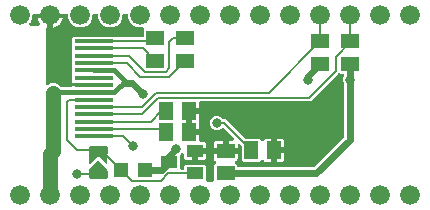
<source format=gbr>
G04 EAGLE Gerber RS-274X export*
G75*
%MOMM*%
%FSLAX34Y34*%
%LPD*%
%INBottom Copper*%
%IPPOS*%
%AMOC8*
5,1,8,0,0,1.08239X$1,22.5*%
G01*
%ADD10C,1.676400*%
%ADD11R,3.200000X0.350000*%
%ADD12R,1.500000X1.240000*%
%ADD13R,1.240000X1.500000*%
%ADD14R,1.400000X1.000000*%
%ADD15R,1.200000X1.300000*%
%ADD16C,0.381000*%
%ADD17C,0.800100*%
%ADD18C,0.203200*%
%ADD19C,0.406400*%
%ADD20C,0.609600*%
%ADD21C,1.270000*%

G36*
X176006Y24146D02*
X176006Y24146D01*
X176125Y24153D01*
X176163Y24166D01*
X176204Y24171D01*
X176314Y24214D01*
X176427Y24251D01*
X176462Y24273D01*
X176499Y24288D01*
X176595Y24357D01*
X176696Y24421D01*
X176724Y24451D01*
X176757Y24474D01*
X176833Y24566D01*
X176914Y24653D01*
X176934Y24688D01*
X176959Y24719D01*
X177010Y24827D01*
X177068Y24931D01*
X177078Y24971D01*
X177095Y25007D01*
X177117Y25124D01*
X177147Y25239D01*
X177151Y25299D01*
X177155Y25319D01*
X177153Y25340D01*
X177157Y25400D01*
X177157Y38182D01*
X178522Y39547D01*
X178599Y39646D01*
X178681Y39741D01*
X178696Y39771D01*
X178717Y39798D01*
X178767Y39913D01*
X178823Y40026D01*
X178830Y40059D01*
X178843Y40090D01*
X178863Y40214D01*
X178889Y40337D01*
X178888Y40371D01*
X178893Y40404D01*
X178882Y40529D01*
X178876Y40655D01*
X178867Y40687D01*
X178863Y40721D01*
X178821Y40839D01*
X178785Y40959D01*
X178767Y40988D01*
X178756Y41020D01*
X178685Y41124D01*
X178620Y41232D01*
X178596Y41255D01*
X178577Y41283D01*
X178483Y41366D01*
X178393Y41454D01*
X178353Y41481D01*
X178339Y41494D01*
X178319Y41504D01*
X178259Y41544D01*
X177630Y41907D01*
X177157Y42380D01*
X176822Y42959D01*
X176649Y43606D01*
X176649Y47601D01*
X185420Y47601D01*
X185538Y47616D01*
X185657Y47623D01*
X185695Y47636D01*
X185735Y47641D01*
X185846Y47684D01*
X185959Y47721D01*
X185994Y47743D01*
X186031Y47758D01*
X186127Y47828D01*
X186228Y47891D01*
X186256Y47921D01*
X186288Y47945D01*
X186364Y48036D01*
X186446Y48123D01*
X186465Y48158D01*
X186491Y48189D01*
X186542Y48297D01*
X186599Y48401D01*
X186610Y48441D01*
X186627Y48477D01*
X186649Y48594D01*
X186679Y48709D01*
X186683Y48770D01*
X186687Y48790D01*
X186685Y48810D01*
X186689Y48870D01*
X186689Y50141D01*
X186691Y50141D01*
X186691Y48870D01*
X186706Y48752D01*
X186713Y48633D01*
X186726Y48595D01*
X186731Y48555D01*
X186775Y48444D01*
X186811Y48331D01*
X186833Y48296D01*
X186848Y48259D01*
X186918Y48163D01*
X186981Y48062D01*
X187011Y48034D01*
X187035Y48001D01*
X187126Y47926D01*
X187213Y47844D01*
X187248Y47824D01*
X187280Y47799D01*
X187387Y47748D01*
X187491Y47690D01*
X187531Y47680D01*
X187567Y47663D01*
X187684Y47641D01*
X187799Y47611D01*
X187860Y47607D01*
X187880Y47603D01*
X187900Y47605D01*
X187960Y47601D01*
X196731Y47601D01*
X196731Y43606D01*
X196558Y42959D01*
X196223Y42380D01*
X195750Y41907D01*
X195121Y41544D01*
X195021Y41468D01*
X194917Y41397D01*
X194894Y41372D01*
X194867Y41351D01*
X194789Y41253D01*
X194706Y41159D01*
X194691Y41129D01*
X194670Y41102D01*
X194619Y40987D01*
X194561Y40875D01*
X194554Y40842D01*
X194540Y40812D01*
X194519Y40687D01*
X194492Y40565D01*
X194493Y40531D01*
X194487Y40498D01*
X194498Y40373D01*
X194501Y40247D01*
X194511Y40215D01*
X194514Y40181D01*
X194555Y40062D01*
X194590Y39942D01*
X194607Y39913D01*
X194618Y39881D01*
X194688Y39776D01*
X194751Y39668D01*
X194784Y39631D01*
X194794Y39616D01*
X194810Y39601D01*
X194858Y39547D01*
X196223Y38182D01*
X196223Y37490D01*
X196238Y37372D01*
X196245Y37253D01*
X196258Y37215D01*
X196263Y37174D01*
X196306Y37064D01*
X196343Y36951D01*
X196365Y36916D01*
X196380Y36879D01*
X196449Y36783D01*
X196513Y36682D01*
X196543Y36654D01*
X196566Y36621D01*
X196658Y36545D01*
X196745Y36464D01*
X196780Y36444D01*
X196811Y36419D01*
X196919Y36368D01*
X197023Y36310D01*
X197063Y36300D01*
X197099Y36283D01*
X197216Y36261D01*
X197331Y36231D01*
X197391Y36227D01*
X197411Y36223D01*
X197432Y36225D01*
X197492Y36221D01*
X260920Y36221D01*
X261018Y36233D01*
X261117Y36236D01*
X261175Y36253D01*
X261235Y36261D01*
X261327Y36297D01*
X261422Y36325D01*
X261475Y36355D01*
X261531Y36378D01*
X261611Y36436D01*
X261696Y36486D01*
X261772Y36552D01*
X261788Y36564D01*
X261796Y36574D01*
X261817Y36592D01*
X286648Y61423D01*
X286708Y61501D01*
X286776Y61573D01*
X286805Y61626D01*
X286842Y61674D01*
X286882Y61765D01*
X286930Y61852D01*
X286945Y61910D01*
X286969Y61966D01*
X286984Y62064D01*
X287009Y62160D01*
X287015Y62260D01*
X287019Y62280D01*
X287017Y62292D01*
X287019Y62320D01*
X287019Y106738D01*
X287018Y106747D01*
X287019Y106756D01*
X286998Y106905D01*
X286979Y107053D01*
X286976Y107062D01*
X286975Y107071D01*
X286923Y107224D01*
X286067Y109290D01*
X286067Y111690D01*
X286923Y113756D01*
X286925Y113765D01*
X286930Y113773D01*
X286943Y113825D01*
X286957Y113855D01*
X286974Y113944D01*
X287007Y114063D01*
X287007Y114072D01*
X287009Y114081D01*
X287013Y114150D01*
X287017Y114167D01*
X287016Y114185D01*
X287019Y114242D01*
X287019Y114348D01*
X287004Y114466D01*
X286997Y114585D01*
X286984Y114623D01*
X286979Y114664D01*
X286936Y114774D01*
X286899Y114887D01*
X286877Y114922D01*
X286862Y114959D01*
X286793Y115055D01*
X286729Y115156D01*
X286699Y115184D01*
X286676Y115217D01*
X286584Y115293D01*
X286497Y115374D01*
X286462Y115394D01*
X286431Y115419D01*
X286323Y115470D01*
X286219Y115528D01*
X286179Y115538D01*
X286143Y115555D01*
X286026Y115577D01*
X285911Y115607D01*
X285851Y115611D01*
X285831Y115615D01*
X285810Y115613D01*
X285750Y115617D01*
X283744Y115617D01*
X283712Y115642D01*
X283623Y115721D01*
X283587Y115739D01*
X283555Y115764D01*
X283446Y115811D01*
X283340Y115865D01*
X283300Y115874D01*
X283263Y115890D01*
X283146Y115909D01*
X283029Y115935D01*
X282989Y115934D01*
X282949Y115940D01*
X282831Y115929D01*
X282711Y115925D01*
X282673Y115914D01*
X282632Y115910D01*
X282520Y115870D01*
X282406Y115837D01*
X282371Y115817D01*
X282333Y115803D01*
X282235Y115736D01*
X282132Y115676D01*
X282087Y115636D01*
X282070Y115624D01*
X282056Y115609D01*
X282011Y115569D01*
X258643Y92201D01*
X165560Y92201D01*
X165442Y92186D01*
X165323Y92179D01*
X165285Y92166D01*
X165244Y92161D01*
X165134Y92118D01*
X165021Y92081D01*
X164986Y92059D01*
X164949Y92044D01*
X164853Y91975D01*
X164752Y91911D01*
X164724Y91881D01*
X164691Y91858D01*
X164615Y91766D01*
X164534Y91679D01*
X164514Y91644D01*
X164489Y91613D01*
X164438Y91505D01*
X164380Y91401D01*
X164370Y91361D01*
X164353Y91325D01*
X164331Y91208D01*
X164301Y91093D01*
X164297Y91033D01*
X164293Y91013D01*
X164295Y90992D01*
X164291Y90932D01*
X164291Y86359D01*
X156820Y86359D01*
X156702Y86344D01*
X156583Y86337D01*
X156545Y86324D01*
X156505Y86319D01*
X156394Y86275D01*
X156281Y86239D01*
X156246Y86217D01*
X156209Y86202D01*
X156113Y86132D01*
X156012Y86069D01*
X155984Y86039D01*
X155952Y86015D01*
X155876Y85924D01*
X155794Y85837D01*
X155775Y85802D01*
X155749Y85770D01*
X155698Y85663D01*
X155641Y85559D01*
X155630Y85519D01*
X155613Y85483D01*
X155591Y85366D01*
X155561Y85251D01*
X155557Y85190D01*
X155553Y85170D01*
X155555Y85150D01*
X155554Y85138D01*
X155553Y85135D01*
X155554Y85133D01*
X155551Y85090D01*
X155551Y83819D01*
X154280Y83819D01*
X154162Y83804D01*
X154043Y83797D01*
X154005Y83784D01*
X153965Y83779D01*
X153854Y83735D01*
X153741Y83699D01*
X153706Y83677D01*
X153669Y83662D01*
X153573Y83592D01*
X153472Y83529D01*
X153444Y83499D01*
X153411Y83475D01*
X153336Y83384D01*
X153254Y83297D01*
X153234Y83262D01*
X153209Y83230D01*
X153158Y83123D01*
X153100Y83019D01*
X153090Y82979D01*
X153073Y82943D01*
X153051Y82826D01*
X153021Y82711D01*
X153017Y82650D01*
X153013Y82630D01*
X153015Y82610D01*
X153014Y82600D01*
X153013Y82597D01*
X153014Y82593D01*
X153011Y82550D01*
X153011Y67310D01*
X153026Y67192D01*
X153033Y67073D01*
X153046Y67035D01*
X153051Y66995D01*
X153094Y66884D01*
X153131Y66771D01*
X153153Y66736D01*
X153168Y66699D01*
X153238Y66603D01*
X153301Y66502D01*
X153331Y66474D01*
X153355Y66442D01*
X153446Y66366D01*
X153533Y66284D01*
X153568Y66265D01*
X153599Y66239D01*
X153707Y66188D01*
X153811Y66131D01*
X153851Y66120D01*
X153887Y66103D01*
X154004Y66081D01*
X154119Y66051D01*
X154180Y66047D01*
X154200Y66043D01*
X154220Y66045D01*
X154280Y66041D01*
X155551Y66041D01*
X155551Y64770D01*
X155566Y64652D01*
X155573Y64533D01*
X155586Y64495D01*
X155591Y64455D01*
X155635Y64344D01*
X155671Y64231D01*
X155693Y64196D01*
X155708Y64159D01*
X155778Y64063D01*
X155841Y63962D01*
X155871Y63934D01*
X155895Y63901D01*
X155986Y63826D01*
X156073Y63744D01*
X156108Y63724D01*
X156140Y63699D01*
X156247Y63648D01*
X156351Y63590D01*
X156391Y63580D01*
X156427Y63563D01*
X156544Y63541D01*
X156659Y63511D01*
X156720Y63507D01*
X156740Y63503D01*
X156760Y63505D01*
X156820Y63501D01*
X164291Y63501D01*
X164291Y58950D01*
X164306Y58832D01*
X164313Y58713D01*
X164326Y58675D01*
X164331Y58634D01*
X164374Y58524D01*
X164411Y58411D01*
X164433Y58376D01*
X164448Y58339D01*
X164517Y58243D01*
X164581Y58142D01*
X164611Y58114D01*
X164634Y58081D01*
X164726Y58005D01*
X164813Y57924D01*
X164848Y57904D01*
X164879Y57879D01*
X164987Y57828D01*
X165091Y57770D01*
X165131Y57760D01*
X165167Y57743D01*
X165284Y57721D01*
X165399Y57691D01*
X165459Y57687D01*
X165479Y57683D01*
X165500Y57685D01*
X165560Y57681D01*
X168194Y57681D01*
X168841Y57508D01*
X169420Y57173D01*
X169893Y56700D01*
X170228Y56121D01*
X170401Y55474D01*
X170401Y52639D01*
X162090Y52639D01*
X161972Y52624D01*
X161853Y52617D01*
X161815Y52604D01*
X161775Y52599D01*
X161664Y52556D01*
X161551Y52519D01*
X161517Y52497D01*
X161479Y52482D01*
X161383Y52413D01*
X161282Y52349D01*
X161254Y52319D01*
X161222Y52296D01*
X161146Y52204D01*
X161064Y52117D01*
X161045Y52082D01*
X161019Y52051D01*
X160968Y51943D01*
X160911Y51839D01*
X160901Y51799D01*
X160883Y51763D01*
X160861Y51646D01*
X160831Y51531D01*
X160827Y51471D01*
X160824Y51451D01*
X160825Y51430D01*
X160821Y51370D01*
X160821Y50179D01*
X159630Y50179D01*
X159512Y50164D01*
X159393Y50157D01*
X159355Y50144D01*
X159314Y50139D01*
X159204Y50095D01*
X159091Y50059D01*
X159056Y50037D01*
X159019Y50022D01*
X158922Y49952D01*
X158822Y49889D01*
X158794Y49859D01*
X158761Y49835D01*
X158685Y49744D01*
X158604Y49657D01*
X158584Y49622D01*
X158559Y49590D01*
X158508Y49483D01*
X158450Y49378D01*
X158440Y49339D01*
X158423Y49303D01*
X158401Y49186D01*
X158371Y49070D01*
X158367Y49010D01*
X158363Y48990D01*
X158365Y48970D01*
X158361Y48910D01*
X158361Y42599D01*
X153526Y42599D01*
X152879Y42772D01*
X152300Y43107D01*
X151827Y43580D01*
X151492Y44159D01*
X151319Y44806D01*
X151319Y47013D01*
X151302Y47151D01*
X151299Y47180D01*
X151297Y47214D01*
X151295Y47219D01*
X151289Y47289D01*
X151282Y47308D01*
X151279Y47328D01*
X151228Y47457D01*
X151181Y47588D01*
X151170Y47605D01*
X151162Y47624D01*
X151081Y47736D01*
X151003Y47852D01*
X150987Y47865D01*
X150976Y47881D01*
X150868Y47970D01*
X150764Y48062D01*
X150746Y48071D01*
X150731Y48084D01*
X150605Y48143D01*
X150481Y48207D01*
X150461Y48211D01*
X150443Y48220D01*
X150306Y48246D01*
X150171Y48276D01*
X150150Y48276D01*
X150131Y48279D01*
X149992Y48271D01*
X149853Y48267D01*
X149833Y48261D01*
X149813Y48260D01*
X149681Y48217D01*
X149547Y48178D01*
X149530Y48168D01*
X149511Y48162D01*
X149393Y48087D01*
X149273Y48017D01*
X149252Y47998D01*
X149242Y47992D01*
X149228Y47977D01*
X149153Y47910D01*
X148264Y47022D01*
X148204Y46944D01*
X148136Y46872D01*
X148107Y46819D01*
X148070Y46771D01*
X148030Y46680D01*
X147982Y46593D01*
X147967Y46535D01*
X147943Y46479D01*
X147928Y46381D01*
X147903Y46285D01*
X147897Y46185D01*
X147893Y46165D01*
X147895Y46153D01*
X147893Y46125D01*
X147893Y35458D01*
X147908Y35340D01*
X147915Y35221D01*
X147928Y35183D01*
X147933Y35142D01*
X147976Y35032D01*
X148013Y34919D01*
X148035Y34884D01*
X148050Y34847D01*
X148119Y34751D01*
X148183Y34650D01*
X148213Y34622D01*
X148236Y34589D01*
X148328Y34513D01*
X148415Y34432D01*
X148450Y34412D01*
X148481Y34387D01*
X148589Y34336D01*
X148693Y34278D01*
X148733Y34268D01*
X148769Y34251D01*
X148886Y34229D01*
X149001Y34199D01*
X149061Y34195D01*
X149081Y34191D01*
X149102Y34193D01*
X149162Y34189D01*
X150558Y34189D01*
X150676Y34204D01*
X150795Y34211D01*
X150833Y34224D01*
X150874Y34229D01*
X150984Y34272D01*
X151097Y34309D01*
X151132Y34331D01*
X151169Y34346D01*
X151265Y34415D01*
X151366Y34479D01*
X151394Y34509D01*
X151427Y34532D01*
X151503Y34624D01*
X151584Y34711D01*
X151604Y34746D01*
X151629Y34777D01*
X151680Y34885D01*
X151738Y34989D01*
X151748Y35029D01*
X151765Y35065D01*
X151787Y35182D01*
X151817Y35297D01*
X151821Y35357D01*
X151825Y35377D01*
X151823Y35398D01*
X151827Y35458D01*
X151827Y36982D01*
X153018Y38173D01*
X168702Y38173D01*
X169893Y36982D01*
X169893Y25400D01*
X169908Y25282D01*
X169915Y25163D01*
X169928Y25125D01*
X169933Y25084D01*
X169976Y24974D01*
X170013Y24861D01*
X170035Y24826D01*
X170050Y24789D01*
X170119Y24693D01*
X170183Y24592D01*
X170213Y24564D01*
X170236Y24531D01*
X170328Y24455D01*
X170415Y24374D01*
X170450Y24354D01*
X170481Y24329D01*
X170589Y24278D01*
X170693Y24220D01*
X170733Y24210D01*
X170769Y24193D01*
X170886Y24171D01*
X171001Y24141D01*
X171061Y24137D01*
X171081Y24133D01*
X171102Y24135D01*
X171162Y24131D01*
X175888Y24131D01*
X176006Y24146D01*
G37*
G36*
X55218Y103850D02*
X55218Y103850D01*
X55337Y103857D01*
X55375Y103870D01*
X55416Y103875D01*
X55526Y103918D01*
X55639Y103955D01*
X55674Y103977D01*
X55711Y103992D01*
X55807Y104061D01*
X55908Y104125D01*
X55936Y104155D01*
X55969Y104178D01*
X56045Y104270D01*
X56126Y104357D01*
X56146Y104392D01*
X56171Y104423D01*
X56222Y104531D01*
X56280Y104635D01*
X56290Y104675D01*
X56302Y104701D01*
X74910Y104701D01*
X75028Y104716D01*
X75147Y104723D01*
X75185Y104735D01*
X75225Y104740D01*
X75336Y104784D01*
X75449Y104821D01*
X75483Y104843D01*
X75521Y104857D01*
X75617Y104927D01*
X75718Y104991D01*
X75746Y105021D01*
X75778Y105044D01*
X75854Y105136D01*
X75936Y105223D01*
X75955Y105258D01*
X75981Y105289D01*
X76032Y105397D01*
X76089Y105501D01*
X76099Y105540D01*
X76117Y105577D01*
X76139Y105694D01*
X76169Y105809D01*
X76173Y105869D01*
X76176Y105889D01*
X76176Y105890D01*
X76175Y105910D01*
X76179Y105970D01*
X76164Y106088D01*
X76157Y106207D01*
X76144Y106245D01*
X76139Y106286D01*
X76095Y106396D01*
X76059Y106510D01*
X76037Y106544D01*
X76022Y106581D01*
X75952Y106678D01*
X75888Y106778D01*
X75859Y106806D01*
X75835Y106839D01*
X75743Y106915D01*
X75657Y106996D01*
X75621Y107016D01*
X75590Y107042D01*
X75483Y107092D01*
X75378Y107150D01*
X75339Y107160D01*
X75303Y107177D01*
X75186Y107199D01*
X75070Y107229D01*
X75010Y107233D01*
X74990Y107237D01*
X74970Y107236D01*
X74910Y107239D01*
X56369Y107239D01*
X56369Y108054D01*
X56542Y108701D01*
X56707Y108986D01*
X56743Y109071D01*
X56788Y109152D01*
X56804Y109217D01*
X56830Y109279D01*
X56844Y109371D01*
X56867Y109460D01*
X56874Y109577D01*
X56877Y109594D01*
X56876Y109602D01*
X56877Y109621D01*
X56877Y145762D01*
X58068Y146953D01*
X91752Y146953D01*
X92114Y146590D01*
X92193Y146530D01*
X92265Y146462D01*
X92318Y146433D01*
X92366Y146396D01*
X92456Y146356D01*
X92543Y146308D01*
X92602Y146293D01*
X92657Y146269D01*
X92755Y146254D01*
X92851Y146229D01*
X92951Y146223D01*
X92971Y146219D01*
X92984Y146221D01*
X93012Y146219D01*
X116198Y146219D01*
X116316Y146234D01*
X116435Y146241D01*
X116473Y146254D01*
X116514Y146259D01*
X116624Y146302D01*
X116737Y146339D01*
X116772Y146361D01*
X116809Y146376D01*
X116905Y146445D01*
X117006Y146509D01*
X117034Y146539D01*
X117067Y146562D01*
X117143Y146654D01*
X117224Y146741D01*
X117244Y146776D01*
X117269Y146807D01*
X117320Y146915D01*
X117378Y147019D01*
X117388Y147059D01*
X117405Y147095D01*
X117427Y147212D01*
X117457Y147327D01*
X117461Y147387D01*
X117465Y147407D01*
X117463Y147428D01*
X117467Y147488D01*
X117467Y152432D01*
X117577Y152541D01*
X117619Y152597D01*
X117670Y152645D01*
X117717Y152722D01*
X117772Y152793D01*
X117799Y152857D01*
X117836Y152916D01*
X117862Y153002D01*
X117898Y153084D01*
X117909Y153154D01*
X117929Y153220D01*
X117934Y153310D01*
X117948Y153399D01*
X117941Y153468D01*
X117945Y153538D01*
X117926Y153626D01*
X117918Y153715D01*
X117894Y153781D01*
X117880Y153850D01*
X117841Y153930D01*
X117810Y154014D01*
X117771Y154072D01*
X117740Y154135D01*
X117682Y154203D01*
X117632Y154278D01*
X117579Y154324D01*
X117534Y154377D01*
X117461Y154429D01*
X117393Y154488D01*
X117331Y154520D01*
X117274Y154560D01*
X117190Y154592D01*
X117110Y154633D01*
X117042Y154648D01*
X116976Y154673D01*
X116887Y154683D01*
X116800Y154702D01*
X116730Y154700D01*
X116660Y154708D01*
X116572Y154695D01*
X116482Y154693D01*
X116456Y154685D01*
X112228Y154685D01*
X108401Y156271D01*
X105471Y159201D01*
X103885Y163028D01*
X103885Y165100D01*
X103870Y165218D01*
X103863Y165337D01*
X103850Y165375D01*
X103845Y165416D01*
X103802Y165526D01*
X103765Y165639D01*
X103743Y165674D01*
X103728Y165711D01*
X103659Y165807D01*
X103595Y165908D01*
X103565Y165936D01*
X103542Y165969D01*
X103450Y166045D01*
X103363Y166126D01*
X103328Y166146D01*
X103297Y166171D01*
X103189Y166222D01*
X103085Y166280D01*
X103045Y166290D01*
X103009Y166307D01*
X102892Y166329D01*
X102777Y166359D01*
X102717Y166363D01*
X102697Y166367D01*
X102676Y166365D01*
X102616Y166369D01*
X100584Y166369D01*
X100466Y166354D01*
X100347Y166347D01*
X100309Y166334D01*
X100268Y166329D01*
X100158Y166286D01*
X100045Y166249D01*
X100010Y166227D01*
X99973Y166212D01*
X99877Y166143D01*
X99776Y166079D01*
X99748Y166049D01*
X99715Y166026D01*
X99639Y165934D01*
X99558Y165847D01*
X99538Y165812D01*
X99513Y165781D01*
X99462Y165673D01*
X99404Y165569D01*
X99394Y165529D01*
X99377Y165493D01*
X99355Y165376D01*
X99325Y165261D01*
X99321Y165201D01*
X99317Y165181D01*
X99319Y165160D01*
X99315Y165100D01*
X99315Y163028D01*
X97729Y159201D01*
X94799Y156271D01*
X90972Y154685D01*
X86828Y154685D01*
X83001Y156271D01*
X80071Y159201D01*
X78485Y163028D01*
X78485Y165100D01*
X78470Y165218D01*
X78463Y165337D01*
X78450Y165375D01*
X78445Y165416D01*
X78402Y165526D01*
X78365Y165639D01*
X78343Y165674D01*
X78328Y165711D01*
X78259Y165807D01*
X78195Y165908D01*
X78165Y165936D01*
X78142Y165969D01*
X78050Y166045D01*
X77963Y166126D01*
X77928Y166146D01*
X77897Y166171D01*
X77789Y166222D01*
X77685Y166280D01*
X77645Y166290D01*
X77609Y166307D01*
X77492Y166329D01*
X77377Y166359D01*
X77317Y166363D01*
X77297Y166367D01*
X77276Y166365D01*
X77216Y166369D01*
X75184Y166369D01*
X75066Y166354D01*
X74947Y166347D01*
X74909Y166334D01*
X74868Y166329D01*
X74758Y166286D01*
X74645Y166249D01*
X74610Y166227D01*
X74573Y166212D01*
X74477Y166143D01*
X74376Y166079D01*
X74348Y166049D01*
X74315Y166026D01*
X74239Y165934D01*
X74158Y165847D01*
X74138Y165812D01*
X74113Y165781D01*
X74062Y165673D01*
X74004Y165569D01*
X73994Y165529D01*
X73977Y165493D01*
X73955Y165376D01*
X73925Y165261D01*
X73921Y165201D01*
X73917Y165181D01*
X73919Y165160D01*
X73915Y165100D01*
X73915Y163028D01*
X72329Y159201D01*
X69399Y156271D01*
X65572Y154685D01*
X61428Y154685D01*
X57601Y156271D01*
X54671Y159201D01*
X53085Y163028D01*
X53085Y165100D01*
X53070Y165218D01*
X53063Y165337D01*
X53050Y165375D01*
X53045Y165416D01*
X53002Y165526D01*
X52965Y165639D01*
X52943Y165674D01*
X52928Y165711D01*
X52859Y165807D01*
X52795Y165908D01*
X52765Y165936D01*
X52742Y165969D01*
X52650Y166045D01*
X52563Y166126D01*
X52528Y166146D01*
X52497Y166171D01*
X52389Y166222D01*
X52285Y166280D01*
X52245Y166290D01*
X52209Y166307D01*
X52092Y166329D01*
X51977Y166359D01*
X51917Y166363D01*
X51897Y166367D01*
X51876Y166365D01*
X51816Y166369D01*
X39330Y166369D01*
X39212Y166354D01*
X39093Y166347D01*
X39055Y166334D01*
X39015Y166329D01*
X38904Y166286D01*
X38791Y166249D01*
X38757Y166227D01*
X38719Y166212D01*
X38623Y166143D01*
X38522Y166079D01*
X38494Y166049D01*
X38462Y166026D01*
X38386Y165934D01*
X38304Y165847D01*
X38285Y165812D01*
X38259Y165781D01*
X38208Y165673D01*
X38151Y165569D01*
X38141Y165529D01*
X38123Y165493D01*
X38103Y165386D01*
X38099Y165416D01*
X38055Y165526D01*
X38019Y165639D01*
X37997Y165674D01*
X37982Y165711D01*
X37912Y165807D01*
X37849Y165908D01*
X37819Y165936D01*
X37795Y165969D01*
X37704Y166045D01*
X37617Y166126D01*
X37582Y166146D01*
X37550Y166171D01*
X37443Y166222D01*
X37338Y166280D01*
X37299Y166290D01*
X37263Y166307D01*
X37146Y166329D01*
X37030Y166359D01*
X36970Y166363D01*
X36950Y166367D01*
X36930Y166365D01*
X36870Y166369D01*
X24384Y166369D01*
X24266Y166354D01*
X24147Y166347D01*
X24109Y166334D01*
X24068Y166329D01*
X23958Y166286D01*
X23845Y166249D01*
X23810Y166227D01*
X23773Y166212D01*
X23677Y166143D01*
X23576Y166079D01*
X23548Y166049D01*
X23515Y166026D01*
X23439Y165934D01*
X23358Y165847D01*
X23338Y165812D01*
X23313Y165781D01*
X23262Y165673D01*
X23204Y165569D01*
X23194Y165529D01*
X23177Y165493D01*
X23155Y165376D01*
X23125Y165261D01*
X23121Y165201D01*
X23117Y165181D01*
X23119Y165160D01*
X23115Y165100D01*
X23115Y163028D01*
X21529Y159201D01*
X20706Y158377D01*
X20621Y158268D01*
X20532Y158161D01*
X20524Y158142D01*
X20511Y158126D01*
X20456Y157999D01*
X20397Y157873D01*
X20393Y157853D01*
X20385Y157834D01*
X20363Y157696D01*
X20337Y157560D01*
X20338Y157540D01*
X20335Y157520D01*
X20348Y157381D01*
X20357Y157243D01*
X20363Y157224D01*
X20365Y157204D01*
X20412Y157072D01*
X20455Y156941D01*
X20466Y156923D01*
X20472Y156904D01*
X20550Y156789D01*
X20625Y156672D01*
X20640Y156658D01*
X20651Y156641D01*
X20755Y156549D01*
X20856Y156454D01*
X20874Y156444D01*
X20889Y156431D01*
X21013Y156368D01*
X21135Y156300D01*
X21155Y156295D01*
X21173Y156286D01*
X21308Y156256D01*
X21443Y156221D01*
X21471Y156219D01*
X21483Y156216D01*
X21503Y156217D01*
X21604Y156211D01*
X28566Y156211D01*
X28606Y156216D01*
X28645Y156213D01*
X28763Y156236D01*
X28882Y156251D01*
X28919Y156265D01*
X28958Y156273D01*
X29066Y156324D01*
X29177Y156368D01*
X29210Y156391D01*
X29246Y156408D01*
X29338Y156484D01*
X29435Y156554D01*
X29460Y156585D01*
X29491Y156610D01*
X29561Y156707D01*
X29638Y156799D01*
X29654Y156835D01*
X29678Y156868D01*
X29722Y156979D01*
X29773Y157087D01*
X29781Y157126D01*
X29795Y157163D01*
X29810Y157282D01*
X29833Y157399D01*
X29830Y157439D01*
X29835Y157479D01*
X29821Y157598D01*
X29813Y157717D01*
X29801Y157755D01*
X29796Y157794D01*
X29752Y157906D01*
X29715Y158019D01*
X29694Y158053D01*
X29679Y158090D01*
X29593Y158226D01*
X28758Y159375D01*
X27977Y160907D01*
X27446Y162542D01*
X27437Y162601D01*
X35601Y162601D01*
X35601Y154423D01*
X35541Y154419D01*
X35441Y154422D01*
X35383Y154409D01*
X35323Y154405D01*
X35228Y154374D01*
X35130Y154353D01*
X35077Y154326D01*
X35021Y154307D01*
X34936Y154254D01*
X34847Y154208D01*
X34802Y154169D01*
X34752Y154137D01*
X34683Y154064D01*
X34608Y153998D01*
X34575Y153949D01*
X34534Y153905D01*
X34486Y153818D01*
X34429Y153735D01*
X34409Y153679D01*
X34380Y153627D01*
X34355Y153530D01*
X34321Y153436D01*
X34316Y153377D01*
X34301Y153319D01*
X34291Y153158D01*
X34291Y107403D01*
X34297Y107354D01*
X34295Y107304D01*
X34317Y107197D01*
X34331Y107087D01*
X34349Y107041D01*
X34359Y106993D01*
X34407Y106894D01*
X34448Y106792D01*
X34477Y106752D01*
X34499Y106707D01*
X34570Y106623D01*
X34634Y106534D01*
X34673Y106503D01*
X34705Y106465D01*
X34795Y106402D01*
X34879Y106332D01*
X34924Y106310D01*
X34965Y106282D01*
X35068Y106243D01*
X35167Y106196D01*
X35216Y106187D01*
X35262Y106169D01*
X35372Y106157D01*
X35479Y106136D01*
X35529Y106139D01*
X35578Y106134D01*
X35687Y106149D01*
X35797Y106156D01*
X35844Y106171D01*
X35893Y106178D01*
X36046Y106230D01*
X38973Y107443D01*
X42307Y107443D01*
X45388Y106167D01*
X47348Y104206D01*
X47427Y104146D01*
X47499Y104078D01*
X47552Y104049D01*
X47600Y104012D01*
X47691Y103972D01*
X47777Y103924D01*
X47836Y103909D01*
X47892Y103885D01*
X47990Y103870D01*
X48085Y103845D01*
X48185Y103839D01*
X48206Y103835D01*
X48218Y103837D01*
X48246Y103835D01*
X55100Y103835D01*
X55218Y103850D01*
G37*
%LPC*%
G36*
X220898Y40505D02*
X220898Y40505D01*
X220251Y40678D01*
X219672Y41013D01*
X219199Y41486D01*
X218836Y42115D01*
X218760Y42215D01*
X218689Y42319D01*
X218664Y42342D01*
X218643Y42369D01*
X218545Y42447D01*
X218451Y42530D01*
X218421Y42545D01*
X218394Y42566D01*
X218279Y42617D01*
X218167Y42675D01*
X218134Y42682D01*
X218104Y42696D01*
X217979Y42717D01*
X217857Y42744D01*
X217823Y42743D01*
X217790Y42749D01*
X217665Y42738D01*
X217539Y42735D01*
X217507Y42725D01*
X217473Y42722D01*
X217354Y42681D01*
X217234Y42646D01*
X217205Y42629D01*
X217173Y42618D01*
X217068Y42548D01*
X216960Y42485D01*
X216923Y42452D01*
X216908Y42442D01*
X216893Y42426D01*
X216839Y42378D01*
X215474Y41013D01*
X201390Y41013D01*
X200199Y42204D01*
X200199Y53941D01*
X200187Y54040D01*
X200184Y54139D01*
X200167Y54197D01*
X200159Y54257D01*
X200123Y54349D01*
X200095Y54444D01*
X200065Y54496D01*
X200042Y54553D01*
X199984Y54633D01*
X199934Y54718D01*
X199868Y54793D01*
X199856Y54810D01*
X199846Y54818D01*
X199828Y54839D01*
X198897Y55769D01*
X198788Y55854D01*
X198681Y55943D01*
X198662Y55951D01*
X198646Y55964D01*
X198518Y56019D01*
X198393Y56078D01*
X198373Y56082D01*
X198354Y56090D01*
X198216Y56112D01*
X198080Y56138D01*
X198060Y56137D01*
X198040Y56140D01*
X197901Y56127D01*
X197763Y56118D01*
X197744Y56112D01*
X197724Y56110D01*
X197592Y56063D01*
X197461Y56020D01*
X197443Y56010D01*
X197424Y56003D01*
X197309Y55925D01*
X197192Y55850D01*
X197178Y55835D01*
X197161Y55824D01*
X197069Y55720D01*
X196974Y55619D01*
X196964Y55601D01*
X196951Y55586D01*
X196888Y55462D01*
X196820Y55340D01*
X196815Y55321D01*
X196806Y55302D01*
X196776Y55167D01*
X196741Y55032D01*
X196739Y55004D01*
X196736Y54992D01*
X196737Y54972D01*
X196731Y54871D01*
X196731Y52679D01*
X189229Y52679D01*
X189229Y58881D01*
X192721Y58881D01*
X192859Y58898D01*
X192998Y58911D01*
X193017Y58918D01*
X193037Y58921D01*
X193166Y58972D01*
X193297Y59019D01*
X193314Y59030D01*
X193333Y59038D01*
X193445Y59119D01*
X193560Y59197D01*
X193574Y59213D01*
X193590Y59224D01*
X193679Y59332D01*
X193771Y59436D01*
X193780Y59454D01*
X193793Y59469D01*
X193852Y59595D01*
X193915Y59719D01*
X193920Y59739D01*
X193928Y59757D01*
X193954Y59893D01*
X193985Y60029D01*
X193984Y60050D01*
X193988Y60069D01*
X193980Y60208D01*
X193975Y60347D01*
X193970Y60367D01*
X193968Y60387D01*
X193926Y60519D01*
X193887Y60653D01*
X193877Y60670D01*
X193870Y60689D01*
X193796Y60807D01*
X193725Y60927D01*
X193707Y60948D01*
X193700Y60958D01*
X193685Y60972D01*
X193619Y61047D01*
X185202Y69465D01*
X185119Y69529D01*
X185064Y69581D01*
X185051Y69588D01*
X185019Y69616D01*
X184983Y69635D01*
X184951Y69660D01*
X184841Y69707D01*
X184735Y69761D01*
X184696Y69770D01*
X184659Y69786D01*
X184541Y69805D01*
X184425Y69831D01*
X184385Y69829D01*
X184345Y69836D01*
X184226Y69825D01*
X184107Y69821D01*
X184068Y69810D01*
X184028Y69806D01*
X183916Y69766D01*
X183802Y69733D01*
X183767Y69712D01*
X183729Y69698D01*
X183685Y69669D01*
X183681Y69667D01*
X183654Y69647D01*
X183630Y69631D01*
X183528Y69571D01*
X183483Y69531D01*
X183466Y69520D01*
X183452Y69504D01*
X183430Y69485D01*
X183423Y69480D01*
X183420Y69476D01*
X183407Y69465D01*
X182488Y68545D01*
X180270Y67627D01*
X177870Y67627D01*
X175652Y68545D01*
X173955Y70242D01*
X173037Y72460D01*
X173037Y74860D01*
X173955Y77078D01*
X175652Y78775D01*
X177870Y79693D01*
X180270Y79693D01*
X182488Y78775D01*
X184182Y77080D01*
X184260Y77020D01*
X184332Y76952D01*
X184385Y76923D01*
X184433Y76886D01*
X184524Y76846D01*
X184611Y76798D01*
X184669Y76783D01*
X184725Y76759D01*
X184823Y76744D01*
X184919Y76719D01*
X185019Y76713D01*
X185039Y76709D01*
X185051Y76711D01*
X185079Y76709D01*
X186581Y76709D01*
X202839Y60450D01*
X202917Y60390D01*
X202989Y60322D01*
X203042Y60293D01*
X203090Y60256D01*
X203181Y60216D01*
X203268Y60168D01*
X203327Y60153D01*
X203382Y60129D01*
X203480Y60114D01*
X203576Y60089D01*
X203676Y60083D01*
X203696Y60079D01*
X203709Y60081D01*
X203737Y60079D01*
X215474Y60079D01*
X216839Y58714D01*
X216938Y58637D01*
X217033Y58555D01*
X217063Y58540D01*
X217090Y58519D01*
X217205Y58469D01*
X217318Y58413D01*
X217351Y58406D01*
X217382Y58393D01*
X217506Y58373D01*
X217629Y58347D01*
X217663Y58348D01*
X217696Y58343D01*
X217821Y58354D01*
X217947Y58360D01*
X217979Y58369D01*
X218013Y58373D01*
X218131Y58415D01*
X218251Y58451D01*
X218280Y58469D01*
X218312Y58480D01*
X218416Y58551D01*
X218524Y58616D01*
X218547Y58640D01*
X218575Y58659D01*
X218658Y58753D01*
X218746Y58843D01*
X218773Y58883D01*
X218786Y58897D01*
X218796Y58917D01*
X218836Y58977D01*
X219199Y59606D01*
X219672Y60079D01*
X220251Y60414D01*
X220898Y60587D01*
X224893Y60587D01*
X224893Y51816D01*
X224908Y51698D01*
X224915Y51579D01*
X224928Y51541D01*
X224933Y51501D01*
X224976Y51390D01*
X225013Y51277D01*
X225035Y51242D01*
X225050Y51205D01*
X225120Y51109D01*
X225183Y51008D01*
X225213Y50980D01*
X225237Y50948D01*
X225328Y50872D01*
X225415Y50790D01*
X225450Y50771D01*
X225481Y50745D01*
X225589Y50694D01*
X225693Y50637D01*
X225733Y50626D01*
X225769Y50609D01*
X225886Y50587D01*
X226001Y50557D01*
X226062Y50553D01*
X226082Y50549D01*
X226102Y50551D01*
X226162Y50547D01*
X227433Y50547D01*
X227433Y50545D01*
X226162Y50545D01*
X226044Y50530D01*
X225925Y50523D01*
X225887Y50510D01*
X225847Y50505D01*
X225736Y50461D01*
X225623Y50425D01*
X225588Y50403D01*
X225551Y50388D01*
X225455Y50318D01*
X225354Y50255D01*
X225326Y50225D01*
X225293Y50201D01*
X225218Y50110D01*
X225136Y50023D01*
X225116Y49988D01*
X225091Y49956D01*
X225040Y49849D01*
X224982Y49745D01*
X224972Y49705D01*
X224955Y49669D01*
X224933Y49552D01*
X224903Y49437D01*
X224899Y49376D01*
X224895Y49356D01*
X224897Y49336D01*
X224893Y49276D01*
X224893Y40505D01*
X220898Y40505D01*
G37*
%LPD*%
G36*
X86121Y28961D02*
X86121Y28961D01*
X86137Y28959D01*
X86188Y28980D01*
X86241Y28996D01*
X86252Y29008D01*
X86266Y29014D01*
X86298Y29060D01*
X86335Y29101D01*
X86337Y29117D01*
X86346Y29130D01*
X86359Y29210D01*
X86359Y34925D01*
X86343Y34981D01*
X86333Y35038D01*
X86322Y35052D01*
X86320Y35060D01*
X86310Y35069D01*
X86285Y35104D01*
X78919Y42470D01*
X78905Y42478D01*
X78896Y42490D01*
X78844Y42511D01*
X78796Y42538D01*
X78780Y42537D01*
X78765Y42543D01*
X78711Y42533D01*
X78655Y42530D01*
X78642Y42520D01*
X78627Y42518D01*
X78561Y42470D01*
X71195Y35104D01*
X71167Y35053D01*
X71134Y35005D01*
X71131Y34988D01*
X71127Y34981D01*
X71128Y34968D01*
X71121Y34925D01*
X71121Y29210D01*
X71125Y29195D01*
X71123Y29179D01*
X71144Y29128D01*
X71160Y29075D01*
X71172Y29064D01*
X71178Y29050D01*
X71224Y29018D01*
X71265Y28981D01*
X71281Y28979D01*
X71294Y28970D01*
X71374Y28957D01*
X86106Y28957D01*
X86121Y28961D01*
G37*
G36*
X71374Y39124D02*
X71374Y39124D01*
X71405Y39119D01*
X71443Y39135D01*
X71483Y39142D01*
X71523Y39169D01*
X71534Y39174D01*
X71538Y39180D01*
X71550Y39188D01*
X78740Y46130D01*
X85930Y39188D01*
X85967Y39169D01*
X85997Y39141D01*
X86028Y39136D01*
X86055Y39122D01*
X86096Y39125D01*
X86137Y39119D01*
X86165Y39131D01*
X86195Y39133D01*
X86228Y39158D01*
X86266Y39174D01*
X86284Y39199D01*
X86308Y39217D01*
X86323Y39256D01*
X86346Y39290D01*
X86354Y39337D01*
X86358Y39349D01*
X86357Y39356D01*
X86359Y39370D01*
X86359Y52070D01*
X86355Y52085D01*
X86357Y52101D01*
X86336Y52152D01*
X86320Y52205D01*
X86308Y52216D01*
X86302Y52230D01*
X86256Y52262D01*
X86215Y52299D01*
X86199Y52301D01*
X86186Y52310D01*
X86106Y52323D01*
X71374Y52323D01*
X71359Y52319D01*
X71343Y52321D01*
X71292Y52300D01*
X71239Y52284D01*
X71228Y52272D01*
X71214Y52266D01*
X71182Y52220D01*
X71145Y52179D01*
X71143Y52163D01*
X71134Y52150D01*
X71121Y52070D01*
X71121Y39370D01*
X71132Y39330D01*
X71134Y39289D01*
X71151Y39264D01*
X71160Y39235D01*
X71191Y39207D01*
X71214Y39173D01*
X71243Y39162D01*
X71265Y39141D01*
X71306Y39135D01*
X71344Y39119D01*
X71374Y39124D01*
G37*
%LPC*%
G36*
X158089Y68579D02*
X158089Y68579D01*
X158089Y81281D01*
X164291Y81281D01*
X164291Y75986D01*
X164096Y75259D01*
X164083Y75167D01*
X164061Y75077D01*
X164062Y75010D01*
X164053Y74943D01*
X164063Y74852D01*
X164064Y74759D01*
X164083Y74668D01*
X164083Y74664D01*
X164084Y74659D01*
X164087Y74645D01*
X164089Y74628D01*
X164092Y74620D01*
X164096Y74601D01*
X164291Y73874D01*
X164291Y68579D01*
X158089Y68579D01*
G37*
%LPD*%
%LPC*%
G36*
X40599Y162601D02*
X40599Y162601D01*
X48763Y162601D01*
X48754Y162542D01*
X48223Y160907D01*
X47442Y159375D01*
X46431Y157984D01*
X45216Y156769D01*
X43825Y155758D01*
X42293Y154977D01*
X40658Y154446D01*
X40599Y154437D01*
X40599Y162601D01*
G37*
%LPD*%
%LPC*%
G36*
X229971Y53085D02*
X229971Y53085D01*
X229971Y60587D01*
X233966Y60587D01*
X234613Y60414D01*
X235192Y60079D01*
X235665Y59606D01*
X236000Y59027D01*
X236173Y58380D01*
X236173Y53085D01*
X229971Y53085D01*
G37*
%LPD*%
%LPC*%
G36*
X176649Y52679D02*
X176649Y52679D01*
X176649Y56674D01*
X176822Y57321D01*
X177157Y57900D01*
X177630Y58373D01*
X178209Y58708D01*
X178856Y58881D01*
X184151Y58881D01*
X184151Y52679D01*
X176649Y52679D01*
G37*
%LPD*%
%LPC*%
G36*
X229971Y40505D02*
X229971Y40505D01*
X229971Y48007D01*
X236173Y48007D01*
X236173Y42712D01*
X236000Y42065D01*
X235665Y41486D01*
X235192Y41013D01*
X234613Y40678D01*
X233966Y40505D01*
X229971Y40505D01*
G37*
%LPD*%
%LPC*%
G36*
X163359Y42599D02*
X163359Y42599D01*
X163359Y47641D01*
X170401Y47641D01*
X170401Y44806D01*
X170228Y44159D01*
X169893Y43580D01*
X169420Y43107D01*
X168841Y42772D01*
X168194Y42599D01*
X163359Y42599D01*
G37*
%LPD*%
D10*
X12700Y165100D03*
X38100Y165100D03*
X63500Y165100D03*
X88900Y165100D03*
X114300Y165100D03*
X139700Y165100D03*
X165100Y165100D03*
X190500Y165100D03*
X215900Y165100D03*
X241300Y165100D03*
X266700Y165100D03*
X292100Y165100D03*
X317500Y165100D03*
X342900Y165100D03*
X342900Y12700D03*
X317500Y12700D03*
X292100Y12700D03*
X266700Y12700D03*
X241300Y12700D03*
X215900Y12700D03*
X190500Y12700D03*
X165100Y12700D03*
X139700Y12700D03*
X114300Y12700D03*
X88900Y12700D03*
X63500Y12700D03*
X38100Y12700D03*
X12700Y12700D03*
D11*
X74910Y143170D03*
X74910Y136970D03*
X74910Y130770D03*
X74910Y124570D03*
X74910Y118370D03*
X74910Y112170D03*
X74910Y105970D03*
X74910Y99770D03*
X74910Y93570D03*
X74910Y87370D03*
X74910Y81170D03*
X74910Y74970D03*
X74910Y68770D03*
X74910Y62570D03*
D12*
X127000Y126390D03*
X127000Y145390D03*
X152400Y126390D03*
X152400Y145390D03*
X186690Y50140D03*
X186690Y31140D03*
D13*
X227432Y50546D03*
X208432Y50546D03*
X155550Y66040D03*
X136550Y66040D03*
X155550Y83820D03*
X136550Y83820D03*
D12*
X292100Y142850D03*
X292100Y123850D03*
X266700Y142850D03*
X266700Y123850D03*
D14*
X138860Y40640D03*
X160860Y31140D03*
X160860Y50140D03*
D15*
X97790Y34290D03*
X118110Y34290D03*
D16*
X84455Y32385D02*
X84455Y28575D01*
X73025Y28575D01*
X73025Y32385D01*
X84455Y32385D01*
X84455Y32194D02*
X73025Y32194D01*
X84455Y48895D02*
X84455Y52705D01*
X84455Y48895D02*
X73025Y48895D01*
X73025Y52705D01*
X84455Y52705D01*
X84455Y52514D02*
X73025Y52514D01*
D17*
X254000Y68580D03*
D18*
X266700Y142850D02*
X266700Y165100D01*
X266700Y142850D02*
X223164Y99314D01*
X127857Y99314D01*
X115913Y87370D02*
X74910Y87370D01*
X115913Y87370D02*
X127857Y99314D01*
X292100Y142850D02*
X292100Y165100D01*
X115460Y81170D02*
X74910Y81170D01*
X292100Y142240D02*
X292100Y142850D01*
X279788Y129928D02*
X279788Y117658D01*
X279788Y129928D02*
X292100Y142240D01*
X129540Y95250D02*
X115460Y81170D01*
X129540Y95250D02*
X257381Y95250D01*
X279788Y117658D01*
X78740Y30480D02*
X60960Y30480D01*
D17*
X60960Y30480D03*
D18*
X74910Y143170D02*
X124780Y143170D01*
X127000Y145390D01*
X116420Y136970D02*
X127000Y126390D01*
X116420Y136970D02*
X74910Y136970D01*
X141968Y145390D02*
X152400Y145390D01*
X141968Y145390D02*
X138818Y142240D01*
X138818Y120198D02*
X135763Y117142D01*
X118238Y117142D01*
X104610Y130770D02*
X74910Y130770D01*
X104610Y130770D02*
X118238Y117142D01*
X138818Y120198D02*
X138818Y142240D01*
X152400Y126390D02*
X139040Y113030D01*
X114300Y113030D01*
X102760Y124570D01*
X74910Y124570D01*
X74910Y68770D02*
X133820Y68770D01*
X136550Y66040D01*
X123230Y74970D02*
X74910Y74970D01*
X132080Y83820D02*
X136550Y83820D01*
X132080Y83820D02*
X123230Y74970D01*
X85918Y62570D02*
X74910Y62570D01*
X208432Y56998D02*
X208432Y50546D01*
X99990Y62570D02*
X74910Y62570D01*
X99990Y62570D02*
X107950Y54610D01*
D17*
X107950Y54610D03*
X179070Y73660D03*
D18*
X185318Y73660D02*
X208432Y50546D01*
X185318Y73660D02*
X179070Y73660D01*
D19*
X94974Y102537D02*
X94974Y102594D01*
X100330Y107950D01*
X92207Y99770D02*
X74910Y99770D01*
X92207Y99770D02*
X94974Y102537D01*
X100330Y107950D02*
X100330Y110490D01*
X92450Y118370D02*
X74910Y118370D01*
X92450Y118370D02*
X100330Y110490D01*
D20*
X100330Y107950D02*
X107188Y107950D01*
X116840Y98298D01*
X138860Y40640D02*
X132510Y34290D01*
X118110Y34290D01*
X186690Y31140D02*
X263550Y31140D01*
X292100Y59690D01*
X292100Y110490D02*
X292100Y123850D01*
X292100Y110490D02*
X292100Y59690D01*
X256540Y113690D02*
X266700Y123850D01*
X256540Y113690D02*
X256540Y110490D01*
D17*
X256540Y110490D03*
X292100Y110490D03*
X144780Y52070D03*
D20*
X138860Y46150D01*
X138860Y40640D01*
D21*
X40640Y49658D02*
X38100Y47118D01*
X40640Y49658D02*
X40640Y99060D01*
D17*
X40640Y99060D03*
X116840Y98298D03*
D19*
X74910Y99770D02*
X45010Y99770D01*
D21*
X38100Y47118D02*
X38100Y12700D01*
D19*
X40640Y99060D02*
X40640Y101397D01*
D18*
X137981Y31140D02*
X160860Y31140D01*
X137981Y31140D02*
X131583Y24742D01*
X107338Y24742D01*
X97790Y34290D01*
X74910Y93570D02*
X54200Y93570D01*
X52070Y91440D01*
X52070Y59690D01*
X60960Y50800D02*
X78740Y50800D01*
X60960Y50800D02*
X52070Y59690D01*
X81280Y50800D02*
X97790Y34290D01*
X81280Y50800D02*
X78740Y50800D01*
M02*

</source>
